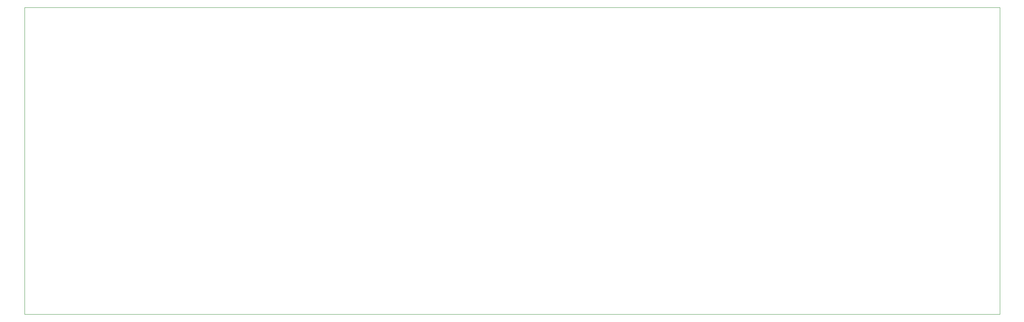
<source format=gbr>
%TF.GenerationSoftware,Altium Limited,Altium Designer,25.8.1 (18)*%
G04 Layer_Color=0*
%FSLAX45Y45*%
%MOMM*%
%TF.SameCoordinates,A785B3B1-CB1D-45D8-AEAD-54020840EAB1*%
%TF.FilePolarity,Positive*%
%TF.FileFunction,Profile,NP*%
%TF.Part,Single*%
G01*
G75*
%TA.AperFunction,Profile*%
%ADD44C,0.02540*%
D44*
X10000000Y10000000D02*
Y17000000D01*
X32200000D01*
Y10000000D01*
X10000000D01*
%TF.MD5,1013888f035d2b46d3887828b66f0471*%
M02*

</source>
